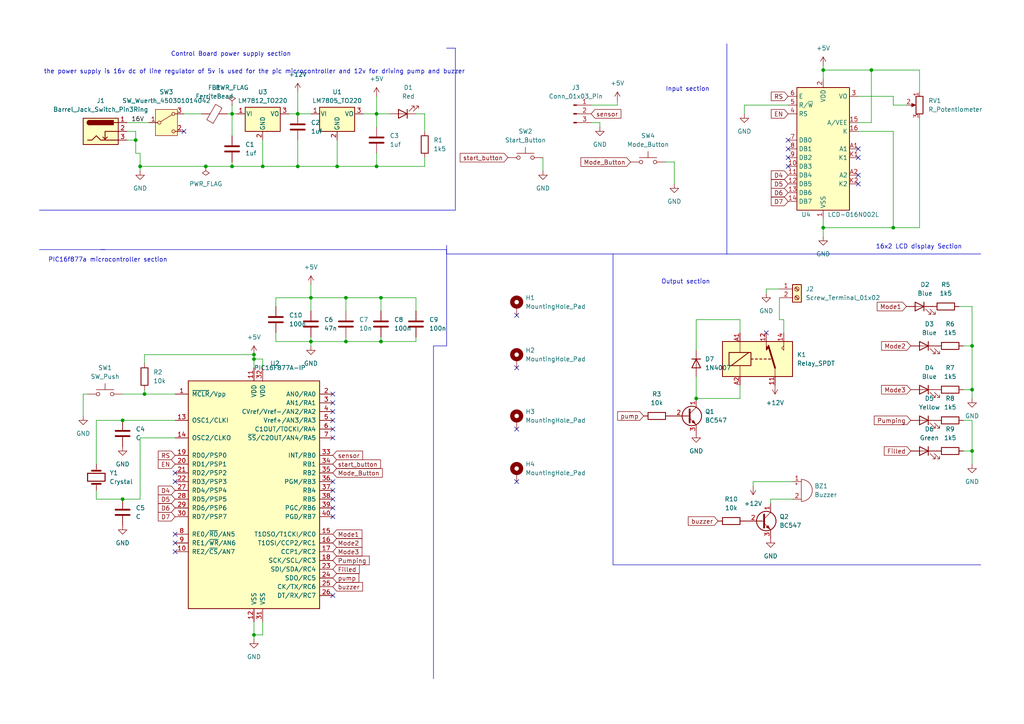
<source format=kicad_sch>
(kicad_sch (version 20230121) (generator eeschema)
  (paper "A4")
  (title_block (title "3 Mode Bottle filling control Board") (date "2024-06-26") (rev "v1") (company "MTCE Workshop"))
  (lib_symbols
    (symbol "Connector:Barrel_Jack_Switch_Pin3Ring" (pin_names hide)
      (property "Reference" "J" (at 0 5.334 0))
      (property "Value" "Barrel_Jack_Switch_Pin3Ring" (at 0 -5.08 0))
      (symbol "Barrel_Jack_Switch_Pin3Ring_0_1"
        (rectangle (start -5.08 3.81) (end 5.08 -3.81) (stroke (width 0.254)) (fill (type background)))
        (arc (start -3.302 3.175) (mid -3.9343 2.54) (end -3.302 1.905) (stroke (width 0.254)))
        (arc (start -3.302 3.175) (mid -3.9343 2.54) (end -3.302 1.905) (stroke (width 0.254)) (fill (type outline)))
        (polyline (pts (xy 1.27 -2.286) (xy 1.905 -1.651)) (stroke (width 0.254)))
        (polyline (pts (xy 5.08 2.54) (xy 3.81 2.54)) (stroke (width 0.254)))
        (polyline (pts (xy 5.08 0) (xy 1.27 0) (xy 1.27 -2.286) (xy 0.635 -1.651)) (stroke (width 0.254)))
        (polyline (pts (xy -3.81 -2.54) (xy -2.54 -2.54) (xy -1.27 -1.27) (xy 0 -2.54) (xy 2.54 -2.54) (xy 5.08 -2.54)) (stroke (width 0.254)))
        (rectangle (start 3.683 3.175) (end -3.302 1.905) (stroke (width 0.254)) (fill (type outline)))
      )
      (symbol "Barrel_Jack_Switch_Pin3Ring_1_1"
        (pin passive line (at 7.62 2.54 180) (length 2.54) (name "~") (number "1"))
        (pin passive line (at 7.62 0 180) (length 2.54) (name "~") (number "2"))
        (pin passive line (at 7.62 -2.54 180) (length 2.54) (name "~") (number "3"))
      )
    )
    (symbol "Connector:Conn_01x03_Pin" (pin_names (offset 1.016) hide)
      (property "Reference" "J" (at 0 5.08 0))
      (property "Value" "Conn_01x03_Pin" (at 0 -5.08 0))
      (symbol "Conn_01x03_Pin_1_1"
        (polyline (pts (xy 1.27 -2.54) (xy 0.8636 -2.54)) (stroke (width 0.1524)))
        (polyline (pts (xy 1.27 0) (xy 0.8636 0)) (stroke (width 0.1524)))
        (polyline (pts (xy 1.27 2.54) (xy 0.8636 2.54)) (stroke (width 0.1524)))
        (rectangle (start 0.8636 -2.413) (end 0 -2.667) (stroke (width 0.1524)) (fill (type outline)))
        (rectangle (start 0.8636 0.127) (end 0 -0.127) (stroke (width 0.1524)) (fill (type outline)))
        (rectangle (start 0.8636 2.667) (end 0 2.413) (stroke (width 0.1524)) (fill (type outline)))
        (pin passive line (at 5.08 2.54 180) (length 3.81) (name "Pin_1") (number "1"))
        (pin passive line (at 5.08 0 180) (length 3.81) (name "Pin_2") (number "2"))
        (pin passive line (at 5.08 -2.54 180) (length 3.81) (name "Pin_3") (number "3"))
      )
    )
    (symbol "Connector:Screw_Terminal_01x02" (pin_names (offset 1.016) hide)
      (property "Reference" "J" (at 0 2.54 0))
      (property "Value" "Screw_Terminal_01x02" (at 0 -5.08 0))
      (symbol "Screw_Terminal_01x02_1_1"
        (rectangle (start -1.27 1.27) (end 1.27 -3.81) (stroke (width 0.254)) (fill (type background)))
        (circle (center 0 -2.54) (radius 0.635) (stroke (width 0.1524)))
        (polyline (pts (xy -0.5334 -2.2098) (xy 0.3302 -3.048)) (stroke (width 0.1524)))
        (polyline (pts (xy -0.5334 0.3302) (xy 0.3302 -0.508)) (stroke (width 0.1524)))
        (polyline (pts (xy -0.3556 -2.032) (xy 0.508 -2.8702)) (stroke (width 0.1524)))
        (polyline (pts (xy -0.3556 0.508) (xy 0.508 -0.3302)) (stroke (width 0.1524)))
        (circle (center 0 0) (radius 0.635) (stroke (width 0.1524)))
        (pin passive line (at -5.08 0 0) (length 3.81) (name "Pin_1") (number "1"))
        (pin passive line (at -5.08 -2.54 0) (length 3.81) (name "Pin_2") (number "2"))
      )
    )
    (symbol "Device:Buzzer" (pin_names (offset 0.0254) hide)
      (property "Reference" "BZ" (at 3.81 1.27 0))
      (property "Value" "Buzzer" (at 3.81 -1.27 0))
      (symbol "Buzzer_0_1"
        (arc (start 0 -3.175) (mid 3.1612 0) (end 0 3.175))
        (polyline (pts (xy -1.651 1.905) (xy -1.143 1.905)))
        (polyline (pts (xy -1.397 2.159) (xy -1.397 1.651)))
        (polyline (pts (xy 0 3.175) (xy 0 -3.175)))
      )
      (symbol "Buzzer_1_1"
        (pin passive line (at -2.54 2.54 0) (length 2.54) (name "+") (number "1"))
        (pin passive line (at -2.54 -2.54 0) (length 2.54) (name "-") (number "2"))
      )
    )
    (symbol "Device:C" (pin_numbers hide) (pin_names (offset 0.254))
      (property "Reference" "C" (at 0.635 2.54 0))
      (property "Value" "C" (at 0.635 -2.54 0))
      (symbol "C_0_1"
        (polyline (pts (xy -2.032 -0.762) (xy 2.032 -0.762)) (stroke (width 0.508)))
        (polyline (pts (xy -2.032 0.762) (xy 2.032 0.762)) (stroke (width 0.508)))
      )
      (symbol "C_1_1"
        (pin passive line (at 0 3.81 270) (length 2.794) (name "~") (number "1"))
        (pin passive line (at 0 -3.81 90) (length 2.794) (name "~") (number "2"))
      )
    )
    (symbol "Device:Crystal" (pin_numbers hide) (pin_names (offset 1.016) hide)
      (property "Reference" "Y" (at 0 3.81 0))
      (property "Value" "Crystal" (at 0 -3.81 0))
      (symbol "Crystal_0_1"
        (rectangle (start -1.143 2.54) (end 1.143 -2.54) (stroke (width 0.3048)))
        (polyline (pts (xy -2.54 0) (xy -1.905 0)))
        (polyline (pts (xy -1.905 -1.27) (xy -1.905 1.27)) (stroke (width 0.508)))
        (polyline (pts (xy 1.905 -1.27) (xy 1.905 1.27)) (stroke (width 0.508)))
        (polyline (pts (xy 2.54 0) (xy 1.905 0)))
      )
      (symbol "Crystal_1_1"
        (pin passive line (at -3.81 0 0) (length 1.27) (name "1") (number "1"))
        (pin passive line (at 3.81 0 180) (length 1.27) (name "2") (number "2"))
      )
    )
    (symbol "Device:FerriteBead" (pin_numbers hide) (pin_names (offset 0))
      (property "Reference" "FB" (at -3.81 0.635 90))
      (property "Value" "FerriteBead" (at 3.81 0 90))
      (symbol "FerriteBead_0_1"
        (polyline (pts (xy 0 -1.27) (xy 0 -1.2192)))
        (polyline (pts (xy 0 1.27) (xy 0 1.2954)))
        (polyline (pts (xy -2.7686 0.4064) (xy -1.7018 2.2606) (xy 2.7686 -0.3048) (xy 1.6764 -2.159) (xy -2.7686 0.4064)))
      )
      (symbol "FerriteBead_1_1"
        (pin passive line (at 0 3.81 270) (length 2.54) (name "~") (number "1"))
        (pin passive line (at 0 -3.81 90) (length 2.54) (name "~") (number "2"))
      )
    )
    (symbol "Device:LED" (pin_numbers hide) (pin_names (offset 1.016) hide)
      (property "Reference" "D" (at 0 2.54 0))
      (property "Value" "LED" (at 0 -2.54 0))
      (symbol "LED_0_1"
        (polyline (pts (xy -1.27 -1.27) (xy -1.27 1.27)) (stroke (width 0.254)))
        (polyline (pts (xy -1.27 0) (xy 1.27 0)))
        (polyline (pts (xy 1.27 -1.27) (xy 1.27 1.27) (xy -1.27 0) (xy 1.27 -1.27)) (stroke (width 0.254)))
        (polyline (pts (xy -3.048 -0.762) (xy -4.572 -2.286) (xy -3.81 -2.286) (xy -4.572 -2.286) (xy -4.572 -1.524)))
        (polyline (pts (xy -1.778 -0.762) (xy -3.302 -2.286) (xy -2.54 -2.286) (xy -3.302 -2.286) (xy -3.302 -1.524)))
      )
      (symbol "LED_1_1"
        (pin passive line (at -3.81 0 0) (length 2.54) (name "K") (number "1"))
        (pin passive line (at 3.81 0 180) (length 2.54) (name "A") (number "2"))
      )
    )
    (symbol "Device:R" (pin_numbers hide) (pin_names (offset 0))
      (property "Reference" "R" (at 2.032 0 90))
      (property "Value" "R" (at 0 0 90))
      (symbol "R_0_1"
        (rectangle (start -1.016 -2.54) (end 1.016 2.54) (stroke (width 0.254)))
      )
      (symbol "R_1_1"
        (pin passive line (at 0 3.81 270) (length 1.27) (name "~") (number "1"))
        (pin passive line (at 0 -3.81 90) (length 1.27) (name "~") (number "2"))
      )
    )
    (symbol "Device:R_Potentiometer" (pin_names (offset 1.016) hide)
      (property "Reference" "RV" (at -4.445 0 90))
      (property "Value" "R_Potentiometer" (at -2.54 0 90))
      (symbol "R_Potentiometer_0_1"
        (polyline (pts (xy 2.54 0) (xy 1.524 0)))
        (polyline (pts (xy 1.143 0) (xy 2.286 0.508) (xy 2.286 -0.508) (xy 1.143 0)) (fill (type outline)))
        (rectangle (start 1.016 2.54) (end -1.016 -2.54) (stroke (width 0.254)))
      )
      (symbol "R_Potentiometer_1_1"
        (pin passive line (at 0 3.81 270) (length 1.27) (name "1") (number "1"))
        (pin passive line (at 3.81 0 180) (length 1.27) (name "2") (number "2"))
        (pin passive line (at 0 -3.81 90) (length 1.27) (name "3") (number "3"))
      )
    )
    (symbol "Diode:1N4007" (pin_numbers hide) (pin_names hide)
      (property "Reference" "D" (at 0 2.54 0))
      (property "Value" "1N4007" (at 0 -2.54 0))
      (symbol "1N4007_0_1"
        (polyline (pts (xy -1.27 1.27) (xy -1.27 -1.27)) (stroke (width 0.254)))
        (polyline (pts (xy 1.27 0) (xy -1.27 0)))
        (polyline (pts (xy 1.27 1.27) (xy 1.27 -1.27) (xy -1.27 0) (xy 1.27 1.27)) (stroke (width 0.254)))
      )
      (symbol "1N4007_1_1"
        (pin passive line (at -3.81 0 0) (length 2.54) (name "K") (number "1"))
        (pin passive line (at 3.81 0 180) (length 2.54) (name "A") (number "2"))
      )
    )
    (symbol "Display_Character:LCD-016N002L"
      (property "Reference" "U" (at -6.35 18.796 0))
      (property "Value" "LCD-016N002L" (at 8.636 18.796 0))
      (symbol "LCD-016N002L_1_1"
        (rectangle (start -7.62 17.78) (end 7.62 -17.78) (stroke (width 0.254)) (fill (type background)))
        (pin power_in line (at 0 -20.32 90) (length 2.54) (name "VSS") (number "1"))
        (pin bidirectional line (at -10.16 -5.08 0) (length 2.54) (name "DB3") (number "10"))
        (pin bidirectional line (at -10.16 -7.62 0) (length 2.54) (name "DB4") (number "11"))
        (pin bidirectional line (at -10.16 -10.16 0) (length 2.54) (name "DB5") (number "12"))
        (pin bidirectional line (at -10.16 -12.7 0) (length 2.54) (name "DB6") (number "13"))
        (pin bidirectional line (at -10.16 -15.24 0) (length 2.54) (name "DB7") (number "14"))
        (pin power_in line (at 10.16 7.62 180) (length 2.54) (name "A/VEE") (number "15"))
        (pin power_in line (at 10.16 5.08 180) (length 2.54) (name "K") (number "16"))
        (pin power_in line (at 0 20.32 270) (length 2.54) (name "VDD") (number "2"))
        (pin input line (at 10.16 15.24 180) (length 2.54) (name "VO") (number "3"))
        (pin input line (at -10.16 10.16 0) (length 2.54) (name "RS") (number "4"))
        (pin input line (at -10.16 12.7 0) (length 2.54) (name "R/~{W}") (number "5"))
        (pin input line (at -10.16 15.24 0) (length 2.54) (name "E") (number "6"))
        (pin bidirectional line (at -10.16 2.54 0) (length 2.54) (name "DB0") (number "7"))
        (pin bidirectional line (at -10.16 0 0) (length 2.54) (name "DB1") (number "8"))
        (pin bidirectional line (at -10.16 -2.54 0) (length 2.54) (name "DB2") (number "9"))
        (pin power_in line (at 10.16 0 180) (length 2.54) (name "A1") (number "A1"))
        (pin power_in line (at 10.16 -7.62 180) (length 2.54) (name "A2") (number "A2"))
        (pin power_in line (at 10.16 -2.54 180) (length 2.54) (name "K1") (number "K1"))
        (pin power_in line (at 10.16 -10.16 180) (length 2.54) (name "K2") (number "K2"))
      )
    )
    (symbol "MCU_Microchip_PIC16:PIC16F877A-IP" (pin_names (offset 1.016))
      (property "Reference" "U" (at 5.08 35.56 0))
      (property "Value" "PIC16F877A-IP" (at 5.08 33.02 0))
      (symbol "PIC16F877A-IP_0_1"
        (rectangle (start -19.05 31.75) (end 19.05 -34.29) (stroke (width 0.254)) (fill (type background)))
      )
      (symbol "PIC16F877A-IP_1_1"
        (pin input line (at -22.86 27.94 0) (length 3.81) (name "~{MCLR}/Vpp") (number "1"))
        (pin bidirectional line (at -22.86 -17.78 0) (length 3.81) (name "RE2/~{CS}/AN7") (number "10"))
        (pin power_in line (at 0 35.56 270) (length 3.81) (name "VDD") (number "11"))
        (pin power_in line (at 0 -38.1 90) (length 3.81) (name "VSS") (number "12"))
        (pin input line (at -22.86 20.32 0) (length 3.81) (name "OSC1/CLKI") (number "13"))
        (pin output line (at -22.86 15.24 0) (length 3.81) (name "OSC2/CLKO") (number "14"))
        (pin bidirectional line (at 22.86 -12.7 180) (length 3.81) (name "T1OSO/T1CKI/RC0") (number "15"))
        (pin bidirectional line (at 22.86 -15.24 180) (length 3.81) (name "T1OSI/CCP2/RC1") (number "16"))
        (pin bidirectional line (at 22.86 -17.78 180) (length 3.81) (name "CCP1/RC2") (number "17"))
        (pin bidirectional line (at 22.86 -20.32 180) (length 3.81) (name "SCK/SCL/RC3") (number "18"))
        (pin bidirectional line (at -22.86 10.16 0) (length 3.81) (name "RD0/PSP0") (number "19"))
        (pin bidirectional line (at 22.86 27.94 180) (length 3.81) (name "AN0/RA0") (number "2"))
        (pin bidirectional line (at -22.86 7.62 0) (length 3.81) (name "RD1/PSP1") (number "20"))
        (pin bidirectional line (at -22.86 5.08 0) (length 3.81) (name "RD2/PSP2") (number "21"))
        (pin bidirectional line (at -22.86 2.54 0) (length 3.81) (name "RD3/PSP3") (number "22"))
        (pin bidirectional line (at 22.86 -22.86 180) (length 3.81) (name "SDI/SDA/RC4") (number "23"))
        (pin bidirectional line (at 22.86 -25.4 180) (length 3.81) (name "SDO/RC5") (number "24"))
        (pin bidirectional line (at 22.86 -27.94 180) (length 3.81) (name "CK/TX/RC6") (number "25"))
        (pin bidirectional line (at 22.86 -30.48 180) (length 3.81) (name "DT/RX/RC7") (number "26"))
        (pin bidirectional line (at -22.86 0 0) (length 3.81) (name "RD4/PSP4") (number "27"))
        (pin bidirectional line (at -22.86 -2.54 0) (length 3.81) (name "RD5/PSP5") (number "28"))
        (pin bidirectional line (at -22.86 -5.08 0) (length 3.81) (name "RD6/PSP6") (number "29"))
        (pin bidirectional line (at 22.86 25.4 180) (length 3.81) (name "AN1/RA1") (number "3"))
        (pin bidirectional line (at -22.86 -7.62 0) (length 3.81) (name "RD7/PSP7") (number "30"))
        (pin power_in line (at 2.54 -38.1 90) (length 3.81) (name "VSS") (number "31"))
        (pin power_in line (at 2.54 35.56 270) (length 3.81) (name "VDD") (number "32"))
        (pin bidirectional line (at 22.86 10.16 180) (length 3.81) (name "INT/RB0") (number "33"))
        (pin bidirectional line (at 22.86 7.62 180) (length 3.81) (name "RB1") (number "34"))
        (pin bidirectional line (at 22.86 5.08 180) (length 3.81) (name "RB2") (number "35"))
        (pin bidirectional line (at 22.86 2.54 180) (length 3.81) (name "PGM/RB3") (number "36"))
        (pin bidirectional line (at 22.86 0 180) (length 3.81) (name "RB4") (number "37"))
        (pin bidirectional line (at 22.86 -2.54 180) (length 3.81) (name "RB5") (number "38"))
        (pin bidirectional line (at 22.86 -5.08 180) (length 3.81) (name "PGC/RB6") (number "39"))
        (pin bidirectional line (at 22.86 22.86 180) (length 3.81) (name "CVref/Vref-/AN2/RA2") (number "4"))
        (pin bidirectional line (at 22.86 -7.62 180) (length 3.81) (name "PGD/RB7") (number "40"))
        (pin bidirectional line (at 22.86 20.32 180) (length 3.81) (name "Vref+/AN3/RA3") (number "5"))
        (pin bidirectional line (at 22.86 17.78 180) (length 3.81) (name "C1OUT/T0CKI/RA4") (number "6"))
        (pin bidirectional line (at 22.86 15.24 180) (length 3.81) (name "~{SS}/C2OUT/AN4/RA5") (number "7"))
        (pin bidirectional line (at -22.86 -12.7 0) (length 3.81) (name "RE0/~{RD}/AN5") (number "8"))
        (pin bidirectional line (at -22.86 -15.24 0) (length 3.81) (name "RE1/~{WR}/AN6") (number "9"))
      )
    )
    (symbol "Mechanical:MountingHole_Pad" (pin_numbers hide) (pin_names (offset 1.016) hide)
      (property "Reference" "H" (at 0 6.35 0))
      (property "Value" "MountingHole_Pad" (at 0 4.445 0))
      (symbol "MountingHole_Pad_0_1"
        (circle (center 0 1.27) (radius 1.27) (stroke (width 1.27)))
      )
      (symbol "MountingHole_Pad_1_1"
        (pin input line (at 0 -2.54 90) (length 2.54) (name "1") (number "1"))
      )
    )
    (symbol "Regulator_Linear:LM7805_TO220" (pin_names (offset 0.254))
      (property "Reference" "U" (at -3.81 3.175 0))
      (property "Value" "LM7805_TO220" (at 0 3.175 0))
      (symbol "LM7805_TO220_0_1"
        (rectangle (start -5.08 1.905) (end 5.08 -5.08) (stroke (width 0.254)) (fill (type background)))
      )
      (symbol "LM7805_TO220_1_1"
        (pin power_in line (at -7.62 0 0) (length 2.54) (name "VI") (number "1"))
        (pin power_in line (at 0 -7.62 90) (length 2.54) (name "GND") (number "2"))
        (pin power_out line (at 7.62 0 180) (length 2.54) (name "VO") (number "3"))
      )
    )
    (symbol "Regulator_Linear:LM7812_TO220" (pin_names (offset 0.254))
      (property "Reference" "U" (at -3.81 3.175 0))
      (property "Value" "LM7812_TO220" (at 0 3.175 0))
      (symbol "LM7812_TO220_0_1"
        (rectangle (start -5.08 1.905) (end 5.08 -5.08) (stroke (width 0.254)) (fill (type background)))
      )
      (symbol "LM7812_TO220_1_1"
        (pin power_in line (at -7.62 0 0) (length 2.54) (name "VI") (number "1"))
        (pin power_in line (at 0 -7.62 90) (length 2.54) (name "GND") (number "2"))
        (pin power_out line (at 7.62 0 180) (length 2.54) (name "VO") (number "3"))
      )
    )
    (symbol "Relay:Relay_SPDT"
      (property "Reference" "K" (at 11.43 3.81 0))
      (property "Value" "Relay_SPDT" (at 11.43 1.27 0))
      (symbol "Relay_SPDT_0_0"
        (polyline (pts (xy 7.62 5.08) (xy 7.62 2.54) (xy 6.985 3.175) (xy 7.62 3.81)))
      )
      (symbol "Relay_SPDT_0_1"
        (rectangle (start -10.16 5.08) (end 10.16 -5.08) (stroke (width 0.254)) (fill (type background)))
        (rectangle (start -8.255 1.905) (end -1.905 -1.905) (stroke (width 0.254)))
        (polyline (pts (xy -7.62 -1.905) (xy -2.54 1.905)) (stroke (width 0.254)))
        (polyline (pts (xy -5.08 -5.08) (xy -5.08 -1.905)))
        (polyline (pts (xy -5.08 5.08) (xy -5.08 1.905)))
        (polyline (pts (xy -1.905 0) (xy -1.27 0)) (stroke (width 0.254)))
        (polyline (pts (xy -0.635 0) (xy 0 0)) (stroke (width 0.254)))
        (polyline (pts (xy 0.635 0) (xy 1.27 0)) (stroke (width 0.254)))
        (polyline (pts (xy 1.905 0) (xy 2.54 0)) (stroke (width 0.254)))
        (polyline (pts (xy 3.175 0) (xy 3.81 0)) (stroke (width 0.254)))
        (polyline (pts (xy 5.08 -2.54) (xy 3.175 3.81)) (stroke (width 0.508)))
        (polyline (pts (xy 5.08 -2.54) (xy 5.08 -5.08)))
        (polyline (pts (xy 2.54 5.08) (xy 2.54 2.54) (xy 3.175 3.175) (xy 2.54 3.81)) (fill (type outline)))
      )
      (symbol "Relay_SPDT_1_1"
        (pin passive line (at 5.08 -7.62 90) (length 2.54) (name "~") (number "11"))
        (pin passive line (at 2.54 7.62 270) (length 2.54) (name "~") (number "12"))
        (pin passive line (at 7.62 7.62 270) (length 2.54) (name "~") (number "14"))
        (pin passive line (at -5.08 7.62 270) (length 2.54) (name "~") (number "A1"))
        (pin passive line (at -5.08 -7.62 90) (length 2.54) (name "~") (number "A2"))
      )
    )
    (symbol "Switch:SW_Push" (pin_numbers hide) (pin_names (offset 1.016) hide)
      (property "Reference" "SW" (at 1.27 2.54 0))
      (property "Value" "SW_Push" (at 0 -1.524 0))
      (symbol "SW_Push_0_1"
        (circle (center -2.032 0) (radius 0.508))
        (polyline (pts (xy 0 1.27) (xy 0 3.048)))
        (polyline (pts (xy 2.54 1.27) (xy -2.54 1.27)))
        (circle (center 2.032 0) (radius 0.508))
        (pin passive line (at -5.08 0 0) (length 2.54) (name "1") (number "1"))
        (pin passive line (at 5.08 0 180) (length 2.54) (name "2") (number "2"))
      )
    )
    (symbol "Switch:SW_Wuerth_450301014042" (pin_names (offset 1) hide)
      (property "Reference" "SW" (at 0 5.08 0))
      (property "Value" "SW_Wuerth_450301014042" (at 0 -5.08 0))
      (symbol "SW_Wuerth_450301014042_0_1"
        (circle (center -2.032 0) (radius 0.4572))
        (polyline (pts (xy -1.651 0.254) (xy 1.651 2.286)))
        (circle (center 2.032 -2.54) (radius 0.4572))
        (circle (center 2.032 2.54) (radius 0.4572))
      )
      (symbol "SW_Wuerth_450301014042_1_1"
        (rectangle (start -3.175 3.81) (end 3.175 -3.81) (fill (type background)))
        (pin passive line (at -5.08 0 0) (length 2.54) (name "B") (number "1"))
        (pin passive line (at 5.08 -2.54 180) (length 2.54) (name "C") (number "2"))
        (pin passive line (at 5.08 2.54 180) (length 2.54) (name "A") (number "3"))
      )
    )
    (symbol "Transistor_BJT:BC547" (pin_names (offset 0) hide)
      (property "Reference" "Q" (at 5.08 1.905 0))
      (property "Value" "BC547" (at 5.08 0 0))
      (symbol "BC547_0_1"
        (polyline (pts (xy 0 0) (xy 0.635 0)))
        (polyline (pts (xy 0.635 0.635) (xy 2.54 2.54)))
        (polyline (pts (xy 0.635 -0.635) (xy 2.54 -2.54) (xy 2.54 -2.54)))
        (polyline (pts (xy 0.635 1.905) (xy 0.635 -1.905) (xy 0.635 -1.905)) (stroke (width 0.508)))
        (polyline (pts (xy 1.27 -1.778) (xy 1.778 -1.27) (xy 2.286 -2.286) (xy 1.27 -1.778) (xy 1.27 -1.778)) (fill (type outline)))
        (circle (center 1.27 0) (radius 2.8194) (stroke (width 0.254)))
      )
      (symbol "BC547_1_1"
        (pin passive line (at 2.54 5.08 270) (length 2.54) (name "C") (number "1"))
        (pin input line (at -5.08 0 0) (length 5.08) (name "B") (number "2"))
        (pin passive line (at 2.54 -5.08 90) (length 2.54) (name "E") (number "3"))
      )
    )
    (symbol "power:+12V" (power) (pin_names (offset 0))
      (property "Value" "+12V" (at 0 3.556 0))
      (symbol "+12V_0_1"
        (polyline (pts (xy -0.762 1.27) (xy 0 2.54)))
        (polyline (pts (xy 0 0) (xy 0 2.54)))
        (polyline (pts (xy 0 2.54) (xy 0.762 1.27)))
      )
      (symbol "+12V_1_1"
        (pin power_in line (at 0 0 90) (length 0) hide (name "+12V") (number "1"))
      )
    )
    (symbol "power:+5V" (power) (pin_names (offset 0))
      (property "Value" "+5V" (at 0 3.556 0))
      (symbol "+5V_0_1"
        (polyline (pts (xy -0.762 1.27) (xy 0 2.54)))
        (polyline (pts (xy 0 0) (xy 0 2.54)))
        (polyline (pts (xy 0 2.54) (xy 0.762 1.27)))
      )
      (symbol "+5V_1_1"
        (pin power_in line (at 0 0 90) (length 0) hide (name "+5V") (number "1"))
      )
    )
    (symbol "power:GND" (power) (pin_names (offset 0))
      (property "Value" "GND" (at 0 -3.81 0))
      (symbol "GND_0_1"
        (polyline (pts (xy 0 0) (xy 0 -1.27) (xy 1.27 -1.27) (xy 0 -2.54) (xy -1.27 -1.27) (xy 0 -1.27)))
      )
      (symbol "GND_1_1"
        (pin power_in line (at 0 0 270) (length 0) hide (name "GND") (number "1"))
      )
    )
    (symbol "power:PWR_FLAG" (power) (pin_numbers hide) (pin_names (offset 0) hide)
      (property "Value" "PWR_FLAG" (at 0 3.81 0))
      (symbol "PWR_FLAG_0_0"
        (pin power_out line (at 0 0 90) (length 0) (name "pwr") (number "1"))
      )
      (symbol "PWR_FLAG_0_1"
        (polyline (pts (xy 0 0) (xy 0 1.27) (xy -1.016 1.905) (xy 0 2.54) (xy 1.016 1.905) (xy 0 1.27)))
      )
    )
  )
  (junction (at 73.66 104.14))
  (junction (at 238.76 20.32))
  (junction (at 100.33 86.36))
  (junction (at 238.76 66.04))
  (junction (at 39.37 40.64))
  (junction (at 109.22 33.02))
  (junction (at 73.66 184.15))
  (junction (at 73.66 102.87))
  (junction (at 35.56 121.92))
  (junction (at 109.22 48.26))
  (junction (at 252.73 20.32))
  (junction (at 259.08 66.04))
  (junction (at 86.36 48.26))
  (junction (at 100.33 99.06))
  (junction (at 59.69 48.26))
  (junction (at 281.94 100.33))
  (junction (at 97.79 48.26))
  (junction (at 40.64 48.26))
  (junction (at 41.91 114.3))
  (junction (at 90.17 86.36))
  (junction (at 201.93 115.57))
  (junction (at 90.17 99.06))
  (junction (at 110.49 99.06))
  (junction (at 281.94 113.03))
  (junction (at 67.31 48.26))
  (junction (at 35.56 144.78))
  (junction (at 281.94 130.81))
  (junction (at 110.49 86.36))
  (junction (at 67.31 33.02))
  (junction (at 76.2 48.26))
  (junction (at 86.36 33.02))
  (no_connect (at 96.52 116.84))
  (no_connect (at 50.8 137.16))
  (no_connect (at 149.86 139.7))
  (no_connect (at 50.8 160.02))
  (no_connect (at 228.6 40.64))
  (no_connect (at 96.52 142.24))
  (no_connect (at 228.6 45.72))
  (no_connect (at 96.52 149.86))
  (no_connect (at 50.8 157.48))
  (no_connect (at 96.52 147.32))
  (no_connect (at 96.52 114.3))
  (no_connect (at 96.52 144.78))
  (no_connect (at 222.25 96.52))
  (no_connect (at 96.52 127))
  (no_connect (at 96.52 124.46))
  (no_connect (at 96.52 121.92))
  (no_connect (at 96.52 172.72))
  (no_connect (at 96.52 139.7))
  (no_connect (at 53.34 38.1))
  (no_connect (at 149.86 91.44))
  (no_connect (at 50.8 139.7))
  (no_connect (at 228.6 48.26))
  (no_connect (at 248.92 50.8))
  (no_connect (at 149.86 124.46))
  (no_connect (at 248.92 43.18))
  (no_connect (at 50.8 154.94))
  (no_connect (at 228.6 43.18))
  (no_connect (at 149.86 106.68))
  (no_connect (at 248.92 45.72))
  (no_connect (at 248.92 53.34))
  (no_connect (at 96.52 119.38))
  (wire (pts (xy 259.08 30.48) (xy 259.08 27.94)))
  (wire (pts (xy 73.66 180.34) (xy 73.66 184.15)))
  (wire (pts (xy 41.91 102.87) (xy 73.66 102.87)))
  (wire (pts (xy 67.31 33.02) (xy 67.31 39.37)))
  (polyline (pts (xy 210.82 12.7) (xy 210.82 73.66)))
  (wire (pts (xy 266.7 34.29) (xy 266.7 66.04)))
  (wire (pts (xy 40.64 144.78) (xy 35.56 144.78)))
  (wire (pts (xy 238.76 66.04) (xy 238.76 63.5)))
  (wire (pts (xy 86.36 26.67) (xy 86.36 33.02)))
  (wire (pts (xy 97.79 48.26) (xy 86.36 48.26)))
  (polyline (pts (xy 132.08 60.96) (xy 132.08 13.97)))
  (wire (pts (xy 90.17 86.36) (xy 100.33 86.36)))
  (wire (pts (xy 50.8 127) (xy 40.64 127)))
  (wire (pts (xy 100.33 86.36) (xy 100.33 90.17)))
  (wire (pts (xy 195.58 46.99) (xy 195.58 53.34)))
  (polyline (pts (xy 129.54 71.12) (xy 129.54 73.66)))
  (wire (pts (xy 201.93 109.22) (xy 201.93 115.57)))
  (wire (pts (xy 67.31 48.26) (xy 59.69 48.26)))
  (wire (pts (xy 201.93 115.57) (xy 214.63 115.57)))
  (wire (pts (xy 100.33 86.36) (xy 110.49 86.36)))
  (polyline (pts (xy 11.43 60.96) (xy 132.08 60.96)))
  (wire (pts (xy 226.06 92.71) (xy 227.33 92.71)))
  (wire (pts (xy 90.17 99.06) (xy 90.17 100.33)))
  (wire (pts (xy 201.93 92.71) (xy 214.63 92.71)))
  (wire (pts (xy 41.91 113.03) (xy 41.91 114.3)))
  (wire (pts (xy 279.4 130.81) (xy 281.94 130.81)))
  (wire (pts (xy 80.01 88.9) (xy 80.01 86.36)))
  (wire (pts (xy 215.9 33.02) (xy 215.9 30.48)))
  (wire (pts (xy 248.92 38.1) (xy 259.08 38.1)))
  (wire (pts (xy 86.36 33.02) (xy 90.17 33.02)))
  (wire (pts (xy 214.63 115.57) (xy 214.63 111.76)))
  (polyline (pts (xy 11.43 72.39) (xy 30.48 72.39)))
  (polyline (pts (xy 210.82 73.66) (xy 177.8 73.66)))
  (wire (pts (xy 157.48 45.72) (xy 157.48 49.53)))
  (wire (pts (xy 67.31 30.48) (xy 67.31 33.02)))
  (wire (pts (xy 36.83 35.56) (xy 43.18 35.56)))
  (wire (pts (xy 259.08 66.04) (xy 238.76 66.04)))
  (wire (pts (xy 73.66 104.14) (xy 76.2 104.14)))
  (polyline (pts (xy 129.54 13.97) (xy 132.08 13.97)))
  (polyline (pts (xy 177.8 73.66) (xy 177.8 163.83)))
  (wire (pts (xy 123.19 33.02) (xy 120.65 33.02)))
  (wire (pts (xy 110.49 86.36) (xy 110.49 90.17)))
  (wire (pts (xy 173.99 36.83) (xy 173.99 35.56)))
  (wire (pts (xy 97.79 40.64) (xy 97.79 48.26)))
  (wire (pts (xy 222.25 85.09) (xy 222.25 83.82)))
  (wire (pts (xy 41.91 105.41) (xy 41.91 102.87)))
  (wire (pts (xy 281.94 100.33) (xy 281.94 113.03)))
  (wire (pts (xy 215.9 30.48) (xy 228.6 30.48)))
  (wire (pts (xy 226.06 86.36) (xy 226.06 92.71)))
  (wire (pts (xy 238.76 19.05) (xy 238.76 20.32)))
  (wire (pts (xy 90.17 82.55) (xy 90.17 86.36)))
  (wire (pts (xy 109.22 33.02) (xy 113.03 33.02)))
  (wire (pts (xy 36.83 38.1) (xy 39.37 38.1)))
  (wire (pts (xy 73.66 102.87) (xy 73.66 104.14)))
  (polyline (pts (xy 177.8 73.66) (xy 129.54 73.66)))
  (wire (pts (xy 109.22 44.45) (xy 109.22 48.26)))
  (wire (pts (xy 110.49 99.06) (xy 100.33 99.06)))
  (wire (pts (xy 279.4 100.33) (xy 281.94 100.33)))
  (wire (pts (xy 40.64 44.45) (xy 39.37 44.45)))
  (wire (pts (xy 279.4 113.03) (xy 281.94 113.03)))
  (wire (pts (xy 76.2 48.26) (xy 67.31 48.26)))
  (polyline (pts (xy 125.73 196.85) (xy 125.73 100.33)))
  (wire (pts (xy 40.64 127) (xy 40.64 144.78)))
  (wire (pts (xy 248.92 35.56) (xy 252.73 35.56)))
  (wire (pts (xy 76.2 40.64) (xy 76.2 48.26)))
  (wire (pts (xy 238.76 20.32) (xy 238.76 22.86)))
  (wire (pts (xy 179.07 30.48) (xy 171.45 30.48)))
  (wire (pts (xy 86.36 40.64) (xy 86.36 48.26)))
  (wire (pts (xy 120.65 97.79) (xy 120.65 99.06)))
  (wire (pts (xy 278.13 88.9) (xy 281.94 88.9)))
  (wire (pts (xy 27.94 134.62) (xy 27.94 121.92)))
  (wire (pts (xy 86.36 48.26) (xy 76.2 48.26)))
  (wire (pts (xy 27.94 121.92) (xy 35.56 121.92)))
  (wire (pts (xy 80.01 96.52) (xy 80.01 99.06)))
  (wire (pts (xy 266.7 66.04) (xy 259.08 66.04)))
  (wire (pts (xy 123.19 38.1) (xy 123.19 33.02)))
  (wire (pts (xy 68.58 33.02) (xy 67.31 33.02)))
  (wire (pts (xy 123.19 48.26) (xy 109.22 48.26)))
  (wire (pts (xy 120.65 86.36) (xy 110.49 86.36)))
  (wire (pts (xy 223.52 144.78) (xy 229.87 144.78)))
  (wire (pts (xy 66.04 33.02) (xy 67.31 33.02)))
  (wire (pts (xy 67.31 46.99) (xy 67.31 48.26)))
  (wire (pts (xy 279.4 121.92) (xy 281.94 121.92)))
  (wire (pts (xy 193.04 46.99) (xy 195.58 46.99)))
  (polyline (pts (xy 177.8 163.83) (xy 284.48 163.83)))
  (wire (pts (xy 41.91 114.3) (xy 50.8 114.3)))
  (wire (pts (xy 266.7 20.32) (xy 252.73 20.32)))
  (wire (pts (xy 222.25 83.82) (xy 226.06 83.82)))
  (wire (pts (xy 36.83 40.64) (xy 39.37 40.64)))
  (wire (pts (xy 73.66 184.15) (xy 73.66 185.42)))
  (wire (pts (xy 218.44 139.7) (xy 229.87 139.7)))
  (wire (pts (xy 252.73 20.32) (xy 238.76 20.32)))
  (wire (pts (xy 27.94 144.78) (xy 27.94 142.24)))
  (wire (pts (xy 35.56 144.78) (xy 27.94 144.78)))
  (wire (pts (xy 281.94 88.9) (xy 281.94 100.33)))
  (wire (pts (xy 238.76 68.58) (xy 238.76 66.04)))
  (wire (pts (xy 83.82 33.02) (xy 86.36 33.02)))
  (wire (pts (xy 266.7 20.32) (xy 266.7 26.67)))
  (wire (pts (xy 59.69 48.26) (xy 40.64 48.26)))
  (wire (pts (xy 105.41 33.02) (xy 109.22 33.02)))
  (wire (pts (xy 35.56 121.92) (xy 50.8 121.92)))
  (wire (pts (xy 281.94 130.81) (xy 281.94 134.62)))
  (wire (pts (xy 281.94 121.92) (xy 281.94 130.81)))
  (wire (pts (xy 76.2 184.15) (xy 73.66 184.15)))
  (wire (pts (xy 110.49 97.79) (xy 110.49 99.06)))
  (wire (pts (xy 73.66 104.14) (xy 73.66 106.68)))
  (wire (pts (xy 80.01 99.06) (xy 90.17 99.06)))
  (polyline (pts (xy 125.73 100.33) (xy 129.54 100.33)))
  (wire (pts (xy 259.08 38.1) (xy 259.08 66.04)))
  (wire (pts (xy 223.52 146.05) (xy 223.52 144.78)))
  (wire (pts (xy 40.64 49.53) (xy 40.64 48.26)))
  (wire (pts (xy 173.99 35.56) (xy 171.45 35.56)))
  (wire (pts (xy 100.33 99.06) (xy 90.17 99.06)))
  (wire (pts (xy 24.13 120.65) (xy 24.13 114.3)))
  (wire (pts (xy 120.65 90.17) (xy 120.65 86.36)))
  (wire (pts (xy 281.94 113.03) (xy 281.94 115.57)))
  (wire (pts (xy 39.37 38.1) (xy 39.37 40.64)))
  (wire (pts (xy 40.64 48.26) (xy 40.64 44.45)))
  (wire (pts (xy 90.17 97.79) (xy 90.17 99.06)))
  (wire (pts (xy 262.89 30.48) (xy 259.08 30.48)))
  (polyline (pts (xy 29.21 72.39) (xy 129.54 72.39)))
  (wire (pts (xy 76.2 106.68) (xy 76.2 104.14)))
  (wire (pts (xy 252.73 35.56) (xy 252.73 20.32)))
  (wire (pts (xy 123.19 45.72) (xy 123.19 48.26)))
  (wire (pts (xy 120.65 99.06) (xy 110.49 99.06)))
  (wire (pts (xy 179.07 29.21) (xy 179.07 30.48)))
  (wire (pts (xy 24.13 114.3) (xy 25.4 114.3)))
  (wire (pts (xy 201.93 101.6) (xy 201.93 92.71)))
  (wire (pts (xy 39.37 40.64) (xy 39.37 44.45)))
  (polyline (pts (xy 210.82 73.66) (xy 284.48 73.66)))
  (wire (pts (xy 109.22 33.02) (xy 109.22 36.83)))
  (wire (pts (xy 90.17 90.17) (xy 90.17 86.36)))
  (wire (pts (xy 53.34 33.02) (xy 58.42 33.02)))
  (wire (pts (xy 80.01 86.36) (xy 90.17 86.36)))
  (wire (pts (xy 109.22 48.26) (xy 97.79 48.26)))
  (wire (pts (xy 100.33 97.79) (xy 100.33 99.06)))
  (wire (pts (xy 227.33 92.71) (xy 227.33 96.52)))
  (wire (pts (xy 109.22 27.94) (xy 109.22 33.02)))
  (polyline (pts (xy 129.54 100.33) (xy 129.54 72.39)))
  (wire (pts (xy 218.44 140.97) (xy 218.44 139.7)))
  (wire (pts (xy 214.63 92.71) (xy 214.63 96.52)))
  (wire (pts (xy 259.08 27.94) (xy 248.92 27.94)))
  (wire (pts (xy 35.56 114.3) (xy 41.91 114.3)))
  (wire (pts (xy 76.2 180.34) (xy 76.2 184.15)))
  (text "the power supply is 16v dc of line regulator of 5v is used for the pic microcontroller and 12v for driving pump and buzzer" (at 12.7 21.59 0) (effects (font (size 1.27 1.27)) (justify left bottom)))
  (text "16x2 LCD display Section" (at 254 72.39 0) (effects (font (size 1.27 1.27)) (justify left bottom)))
  (text "Output section" (at 191.77 82.55 0) (effects (font (size 1.27 1.27)) (justify left bottom)))
  (text "PIC16f877a microcontroller section" (at 13.97 76.2 0) (effects (font (size 1.27 1.27)) (justify left bottom)))
  (text "Input section" (at 193.04 26.67 0) (effects (font (size 1.27 1.27)) (justify left bottom)))
  (text "Control Board power supply section" (at 49.53 16.51 0) (effects (font (size 1.27 1.27)) (justify left bottom)))
  (label "16V" (at 38.1 35.56 0))
  (global_label "EN" (shape input) (at 50.8 134.62 180) (property "Intersheetrefs" "${INTERSHEET_REFS}" (effects hide)))
  (global_label "Mode1" (shape input) (at 96.52 154.94 0) (property "Intersheetrefs" "${INTERSHEET_REFS}" (effects hide)))
  (global_label "D5" (shape input) (at 228.6 53.34 180) (property "Intersheetrefs" "${INTERSHEET_REFS}" (effects hide)))
  (global_label "Mode2" (shape input) (at 264.16 100.33 180) (property "Intersheetrefs" "${INTERSHEET_REFS}" (effects hide)))
  (global_label "D7" (shape input) (at 50.8 149.86 180) (property "Intersheetrefs" "${INTERSHEET_REFS}" (effects hide)))
  (global_label "buzzer" (shape input) (at 96.52 170.18 0) (property "Intersheetrefs" "${INTERSHEET_REFS}" (effects hide)))
  (global_label "D5" (shape input) (at 50.8 144.78 180) (property "Intersheetrefs" "${INTERSHEET_REFS}" (effects hide)))
  (global_label "Mode2" (shape input) (at 96.52 157.48 0) (property "Intersheetrefs" "${INTERSHEET_REFS}" (effects hide)))
  (global_label "Pumping" (shape input) (at 96.52 162.56 0) (property "Intersheetrefs" "${INTERSHEET_REFS}" (effects hide)))
  (global_label "Filled" (shape input) (at 96.52 165.1 0) (property "Intersheetrefs" "${INTERSHEET_REFS}" (effects hide)))
  (global_label "pump" (shape input) (at 186.69 120.65 180) (property "Intersheetrefs" "${INTERSHEET_REFS}" (effects hide)))
  (global_label "sensor" (shape input) (at 171.45 33.02 0) (property "Intersheetrefs" "${INTERSHEET_REFS}" (effects hide)))
  (global_label "sensor" (shape input) (at 96.52 132.08 0) (property "Intersheetrefs" "${INTERSHEET_REFS}" (effects hide)))
  (global_label "RS" (shape input) (at 228.6 27.94 180) (property "Intersheetrefs" "${INTERSHEET_REFS}" (effects hide)))
  (global_label "start_button" (shape input) (at 147.32 45.72 180) (property "Intersheetrefs" "${INTERSHEET_REFS}" (effects hide)))
  (global_label "Pumping" (shape input) (at 264.16 121.92 180) (property "Intersheetrefs" "${INTERSHEET_REFS}" (effects hide)))
  (global_label "Mode3" (shape input) (at 96.52 160.02 0) (property "Intersheetrefs" "${INTERSHEET_REFS}" (effects hide)))
  (global_label "pump" (shape input) (at 96.52 167.64 0) (property "Intersheetrefs" "${INTERSHEET_REFS}" (effects hide)))
  (global_label "Mode3" (shape input) (at 264.16 113.03 180) (property "Intersheetrefs" "${INTERSHEET_REFS}" (effects hide)))
  (global_label "Mode1" (shape input) (at 262.89 88.9 180) (property "Intersheetrefs" "${INTERSHEET_REFS}" (effects hide)))
  (global_label "D4" (shape input) (at 228.6 50.8 180) (property "Intersheetrefs" "${INTERSHEET_REFS}" (effects hide)))
  (global_label "EN" (shape input) (at 228.6 33.02 180) (property "Intersheetrefs" "${INTERSHEET_REFS}" (effects hide)))
  (global_label "Mode_Button" (shape input) (at 96.52 137.16 0) (property "Intersheetrefs" "${INTERSHEET_REFS}" (effects hide)))
  (global_label "Filled" (shape input) (at 264.16 130.81 180) (property "Intersheetrefs" "${INTERSHEET_REFS}" (effects hide)))
  (global_label "D7" (shape input) (at 228.6 58.42 180) (property "Intersheetrefs" "${INTERSHEET_REFS}" (effects hide)))
  (global_label "Mode_Button" (shape input) (at 182.88 46.99 180) (property "Intersheetrefs" "${INTERSHEET_REFS}" (effects hide)))
  (global_label "buzzer" (shape input) (at 208.28 151.13 180) (property "Intersheetrefs" "${INTERSHEET_REFS}" (effects hide)))
  (global_label "D6" (shape input) (at 228.6 55.88 180) (property "Intersheetrefs" "${INTERSHEET_REFS}" (effects hide)))
  (global_label "D6" (shape input) (at 50.8 147.32 180) (property "Intersheetrefs" "${INTERSHEET_REFS}" (effects hide)))
  (global_label "start_button" (shape input) (at 96.52 134.62 0) (property "Intersheetrefs" "${INTERSHEET_REFS}" (effects hide)))
  (global_label "D4" (shape input) (at 50.8 142.24 180) (property "Intersheetrefs" "${INTERSHEET_REFS}" (effects hide)))
  (global_label "RS" (shape input) (at 50.8 132.08 180) (property "Intersheetrefs" "${INTERSHEET_REFS}" (effects hide)))
  (symbol (lib_id "power:PWR_FLAG") (at 59.69 48.26 180) (unit 1)
    (property "Reference" "#FLG02" (effects hide))
    (property "Value" "PWR_FLAG" (at 59.69 53.34 0))
  )
  (symbol (lib_id "Switch:SW_Push") (at 152.4 45.72 0) (unit 1)
    (property "Reference" "SW2" (at 152.4 38.1 0))
    (property "Value" "Start_Button" (at 152.4 40.64 0))
    (property "Footprint" "Button_Switch_THT:SW_PUSH-12mm" (effects hide))
  )
  (symbol (lib_id "Device:FerriteBead") (at 62.23 33.02 90) (unit 1)
    (property "Reference" "FB1" (at 62.1792 25.4 90))
    (property "Value" "FerriteBead" (at 62.1792 27.94 90))
    (property "Footprint" "Inductor_SMD:L_0603_1608Metric" (effects hide))
  )
  (symbol (lib_id "power:PWR_FLAG") (at 67.31 30.48 0) (unit 1)
    (property "Reference" "#FLG01" (effects hide))
    (property "Value" "PWR_FLAG" (at 67.31 25.4 0))
  )
  (symbol (lib_id "Switch:SW_Push") (at 30.48 114.3 0) (unit 1)
    (property "Reference" "SW1" (at 30.48 106.68 0))
    (property "Value" "SW_Push" (at 30.48 109.22 0))
    (property "Footprint" "Button_Switch_THT:SW_Tactile_Straight_KSL0Axx1LFTR" (effects hide))
  )
  (symbol (lib_id "Connector:Conn_01x03_Pin") (at 166.37 33.02 0) (unit 1)
    (property "Reference" "J3" (at 167.005 25.4 0))
    (property "Value" "Conn_01x03_Pin" (at 167.005 27.94 0))
    (property "Footprint" "Connector_Wire:SolderWire-0.75sqmm_1x03_P4.8mm_D1.25mm_OD2.3mm" (effects hide))
  )
  (symbol (lib_id "Device:LED") (at 267.97 100.33 0) (mirror y) (unit 1)
    (property "Reference" "D3" (at 269.5575 93.98 0))
    (property "Value" "Blue" (at 269.5575 96.52 0))
    (property "Footprint" "LED_THT:LED_D3.0mm" (effects hide))
  )
  (symbol (lib_id "Device:LED") (at 116.84 33.02 180) (unit 1)
    (property "Reference" "D1" (at 118.4275 25.4 0))
    (property "Value" "Red" (at 118.4275 27.94 0))
    (property "Footprint" "LED_THT:LED_D3.0mm" (effects hide))
  )
  (symbol (lib_id "Mechanical:MountingHole_Pad") (at 149.86 121.92 0) (unit 1)
    (property "Reference" "H3" (at 152.4 119.38 0) (effects (justify left)))
    (property "Value" "MountingHole_Pad" (at 152.4 121.92 0) (effects (justify left)))
    (property "Footprint" "MountingHole:MountingHole_3mm_Pad_TopBottom" (effects hide))
  )
  (symbol (lib_id "power:+12V") (at 224.79 111.76 0) (mirror x) (unit 1)
    (property "Reference" "#PWR016" (effects hide))
    (property "Value" "+12V" (at 224.79 116.84 0))
  )
  (symbol (lib_id "power:+5V") (at 179.07 29.21 0) (unit 1)
    (property "Reference" "#PWR021" (effects hide))
    (property "Value" "+5V" (at 179.07 24.13 0))
  )
  (symbol (lib_id "Device:R") (at 212.09 151.13 90) (unit 1)
    (property "Reference" "R10" (at 212.09 144.78 90))
    (property "Value" "10k" (at 212.09 147.32 90))
    (property "Footprint" "Resistor_THT:R_Axial_DIN0204_L3.6mm_D1.6mm_P5.08mm_Horizontal" (effects hide))
  )
  (symbol (lib_id "Device:Crystal") (at 27.94 138.43 90) (unit 1)
    (property "Reference" "Y1" (at 31.75 137.16 90) (effects (justify right)))
    (property "Value" "Crystal" (at 31.75 139.7 90) (effects (justify right)))
    (property "Footprint" "Crystal:Crystal_HC52-U_Vertical" (effects hide))
  )
  (symbol (lib_id "power:GND") (at 157.48 49.53 0) (unit 1)
    (property "Reference" "#PWR023" (effects hide))
    (property "Value" "GND" (at 157.48 54.61 0))
  )
  (symbol (lib_id "power:GND") (at 173.99 36.83 0) (unit 1)
    (property "Reference" "#PWR022" (effects hide))
    (property "Value" "GND" (at 173.99 41.91 0))
  )
  (symbol (lib_id "Device:R") (at 274.32 88.9 90) (unit 1)
    (property "Reference" "R5" (at 274.32 82.55 90))
    (property "Value" "1k5" (at 274.32 85.09 90))
    (property "Footprint" "Resistor_THT:R_Axial_DIN0204_L3.6mm_D1.6mm_P5.08mm_Horizontal" (effects hide))
  )
  (symbol (lib_id "power:GND") (at 73.66 185.42 0) (unit 1)
    (property "Reference" "#PWR05" (effects hide))
    (property "Value" "GND" (at 73.66 190.5 0))
  )
  (symbol (lib_id "power:GND") (at 35.56 152.4 0) (unit 1)
    (property "Reference" "#PWR07" (effects hide))
    (property "Value" "GND" (at 35.56 157.48 0))
  )
  (symbol (lib_id "power:GND") (at 238.76 68.58 0) (unit 1)
    (property "Reference" "#PWR012" (effects hide))
    (property "Value" "GND" (at 238.76 73.66 0))
  )
  (symbol (lib_id "Device:Buzzer") (at 232.41 142.24 0) (unit 1)
    (property "Reference" "BZ1" (at 236.22 140.97 0) (effects (justify left)))
    (property "Value" "Buzzer" (at 236.22 143.51 0) (effects (justify left)))
    (property "Footprint" "Buzzer_Beeper:Buzzer_12x9.5RM7.6" (effects hide))
  )
  (symbol (lib_id "MCU_Microchip_PIC16:PIC16F877A-IP") (at 73.66 142.24 0) (unit 1)
    (property "Reference" "U2" (at 78.3941 105.41 0) (effects (justify left)))
    (property "Value" "PIC16F877A-IP" (at 73.66 106.68 0) (effects (justify left)))
    (property "Footprint" "Package_DIP:DIP-40_W15.24mm_LongPads" (effects hide))
    (property "Datasheet" "http://ww1.microchip.com/downloads/en/DeviceDoc/39582b.pdf" (effects hide))
  )
  (symbol (lib_id "Mechanical:MountingHole_Pad") (at 149.86 137.16 0) (unit 1)
    (property "Reference" "H4" (at 152.4 134.62 0) (effects (justify left)))
    (property "Value" "MountingHole_Pad" (at 152.4 137.16 0) (effects (justify left)))
    (property "Footprint" "MountingHole:MountingHole_3mm_Pad_TopBottom" (effects hide))
  )
  (symbol (lib_id "power:+12V") (at 218.44 140.97 0) (mirror x) (unit 1)
    (property "Reference" "#PWR020" (effects hide))
    (property "Value" "+12V" (at 218.44 146.05 0))
  )
  (symbol (lib_id "power:+5V") (at 238.76 19.05 0) (unit 1)
    (property "Reference" "#PWR013" (effects hide))
    (property "Value" "+5V" (at 238.76 13.97 0))
  )
  (symbol (lib_id "Device:C") (at 90.17 93.98 0) (unit 1)
    (property "Reference" "C6" (at 93.98 92.71 0) (effects (justify left)))
    (property "Value" "47n" (at 93.98 95.25 0) (effects (justify left)))
    (property "Footprint" "Capacitor_THT:C_Disc_D3.0mm_W1.6mm_P2.50mm" (effects hide))
  )
  (symbol (lib_id "Device:C") (at 109.22 40.64 0) (unit 1)
    (property "Reference" "C3" (at 113.03 39.37 0) (effects (justify left)))
    (property "Value" "1uf" (at 113.03 41.91 0) (effects (justify left)))
    (property "Footprint" "Capacitor_THT:C_Disc_D3.0mm_W1.6mm_P2.50mm" (effects hide))
  )
  (symbol (lib_id "Device:R") (at 123.19 41.91 0) (unit 1)
    (property "Reference" "R1" (at 125.73 40.64 0) (effects (justify left)))
    (property "Value" "1k5" (at 125.73 43.18 0) (effects (justify left)))
    (property "Footprint" "Resistor_THT:R_Axial_DIN0204_L3.6mm_D1.6mm_P5.08mm_Horizontal" (effects hide))
  )
  (symbol (lib_id "Display_Character:LCD-016N002L") (at 238.76 43.18 0) (unit 1)
    (property "Reference" "U4" (at 232.41 62.23 0) (effects (justify left)))
    (property "Value" "LCD-016N002L" (at 240.03 62.23 0) (effects (justify left)))
    (property "Footprint" "Display:LCD-016N002L" (effects hide))
    (property "Datasheet" "http://www.vishay.com/docs/37299/37299.pdf" (effects hide))
  )
  (symbol (lib_id "power:GND") (at 223.52 156.21 0) (unit 1)
    (property "Reference" "#PWR019" (effects hide))
    (property "Value" "GND" (at 223.52 161.29 0))
  )
  (symbol (lib_id "Transistor_BJT:BC547") (at 220.98 151.13 0) (unit 1)
    (property "Reference" "Q2" (at 226.06 149.86 0) (effects (justify left)))
    (property "Value" "BC547" (at 226.06 152.4 0) (effects (justify left)))
    (property "Footprint" "Package_TO_SOT_THT:TO-92_Inline" (effects hide))
    (property "Datasheet" "https://www.onsemi.com/pub/Collateral/BC550-D.pdf" (effects hide))
  )
  (symbol (lib_id "power:GND") (at 195.58 53.34 0) (unit 1)
    (property "Reference" "#PWR024" (effects hide))
    (property "Value" "GND" (at 195.58 58.42 0))
  )
  (symbol (lib_id "power:+5V") (at 73.66 102.87 0) (unit 1)
    (property "Reference" "#PWR04" (effects hide))
    (property "Value" "+5V" (at 73.66 97.79 0))
  )
  (symbol (lib_id "power:+5V") (at 90.17 82.55 0) (unit 1)
    (property "Reference" "#PWR010" (effects hide))
    (property "Value" "+5V" (at 90.17 77.47 0))
  )
  (symbol (lib_id "Device:R") (at 275.59 113.03 90) (unit 1)
    (property "Reference" "R7" (at 275.59 106.68 90))
    (property "Value" "1k5" (at 275.59 109.22 90))
    (property "Footprint" "Resistor_THT:R_Axial_DIN0204_L3.6mm_D1.6mm_P5.08mm_Horizontal" (effects hide))
  )
  (symbol (lib_id "Regulator_Linear:LM7805_TO220") (at 97.79 33.02 0) (unit 1)
    (property "Reference" "U1" (at 97.79 26.67 0))
    (property "Value" "LM7805_TO220" (at 97.79 29.21 0))
    (property "Footprint" "Package_TO_SOT_THT:TO-220-3_Vertical" (effects hide))
    (property "Datasheet" "https://www.onsemi.cn/PowerSolutions/document/MC7800-D.PDF" (effects hide))
  )
  (symbol (lib_id "Device:C") (at 110.49 93.98 0) (unit 1)
    (property "Reference" "C8" (at 114.3 92.71 0) (effects (justify left)))
    (property "Value" "100n" (at 114.3 95.25 0) (effects (justify left)))
    (property "Footprint" "Capacitor_THT:C_Disc_D3.0mm_W1.6mm_P2.50mm" (effects hide))
  )
  (symbol (lib_id "Device:C") (at 80.01 92.71 0) (unit 1)
    (property "Reference" "C10" (at 83.82 91.44 0) (effects (justify left)))
    (property "Value" "100n" (at 83.82 93.98 0) (effects (justify left)))
    (property "Footprint" "Capacitor_THT:C_Disc_D3.0mm_W1.6mm_P2.50mm" (effects hide))
  )
  (symbol (lib_id "power:GND") (at 90.17 100.33 0) (unit 1)
    (property "Reference" "#PWR09" (effects hide))
    (property "Value" "GND" (at 90.17 105.41 0))
  )
  (symbol (lib_id "Device:C") (at 67.31 43.18 0) (unit 1)
    (property "Reference" "C1" (at 71.12 41.91 0) (effects (justify left)))
    (property "Value" "1uf" (at 71.12 44.45 0) (effects (justify left)))
    (property "Footprint" "Capacitor_THT:C_Disc_D3.0mm_W1.6mm_P2.50mm" (effects hide))
  )
  (symbol (lib_id "Switch:SW_Wuerth_450301014042") (at 48.26 35.56 0) (unit 1)
    (property "Reference" "SW3" (at 48.26 26.67 0))
    (property "Value" "SW_Wuerth_450301014042" (at 48.26 29.21 0))
    (property "Footprint" "Button_Switch_THT:SW_Slide-03_Wuerth-WS-SLTV_10x2.5x6.4_P2.54mm" (effects hide))
    (property "Datasheet" "https://www.we-online.com/components/products/datasheet/450301014042.pdf" (effects hide))
  )
  (symbol (lib_id "Device:C") (at 120.65 93.98 0) (unit 1)
    (property "Reference" "C9" (at 124.46 92.71 0) (effects (justify left)))
    (property "Value" "100n" (at 124.46 95.25 0) (effects (justify left)))
    (property "Footprint" "Capacitor_THT:C_Disc_D3.0mm_W1.6mm_P2.50mm" (effects hide))
  )
  (symbol (lib_id "power:GND") (at 35.56 129.54 0) (unit 1)
    (property "Reference" "#PWR08" (effects hide))
    (property "Value" "GND" (at 35.56 134.62 0))
  )
  (symbol (lib_id "power:GND") (at 40.64 49.53 0) (unit 1)
    (property "Reference" "#PWR01" (effects hide))
    (property "Value" "GND" (at 40.64 54.61 0))
  )
  (symbol (lib_id "Device:LED") (at 267.97 130.81 0) (mirror y) (unit 1)
    (property "Reference" "D6" (at 269.5575 124.46 0))
    (property "Value" "Green" (at 269.5575 127 0))
    (property "Footprint" "LED_THT:LED_D3.0mm" (effects hide))
  )
  (symbol (lib_id "Transistor_BJT:BC547") (at 199.39 120.65 0) (unit 1)
    (property "Reference" "Q1" (at 204.47 119.38 0) (effects (justify left)))
    (property "Value" "BC547" (at 204.47 121.92 0) (effects (justify left)))
    (property "Footprint" "Package_TO_SOT_THT:TO-92_Inline" (effects hide))
    (property "Datasheet" "https://www.onsemi.com/pub/Collateral/BC550-D.pdf" (effects hide))
  )
  (symbol (lib_id "power:+12V") (at 86.36 26.67 0) (unit 1)
    (property "Reference" "#PWR02" (effects hide))
    (property "Value" "+12V" (at 86.36 21.59 0))
  )
  (symbol (lib_id "Device:C") (at 100.33 93.98 0) (unit 1)
    (property "Reference" "C7" (at 104.14 92.71 0) (effects (justify left)))
    (property "Value" "10n" (at 104.14 95.25 0) (effects (justify left)))
    (property "Footprint" "Capacitor_THT:C_Disc_D3.0mm_W1.6mm_P2.50mm" (effects hide))
  )
  (symbol (lib_id "Device:LED") (at 266.7 88.9 0) (mirror y) (unit 1)
    (property "Reference" "D2" (at 268.2875 82.55 0))
    (property "Value" "Blue" (at 268.2875 85.09 0))
    (property "Footprint" "LED_THT:LED_D3.0mm" (effects hide))
  )
  (symbol (lib_id "Device:R") (at 275.59 100.33 90) (unit 1)
    (property "Reference" "R6" (at 275.59 93.98 90))
    (property "Value" "1k5" (at 275.59 96.52 90))
    (property "Footprint" "Resistor_THT:R_Axial_DIN0204_L3.6mm_D1.6mm_P5.08mm_Horizontal" (effects hide))
  )
  (symbol (lib_id "Device:C") (at 35.56 125.73 0) (unit 1)
    (property "Reference" "C4" (at 39.37 124.46 0) (effects (justify left)))
    (property "Value" "C" (at 39.37 127 0) (effects (justify left)))
    (property "Footprint" "Capacitor_THT:C_Disc_D3.0mm_W1.6mm_P2.50mm" (effects hide))
  )
  (symbol (lib_id "power:GND") (at 222.25 85.09 0) (unit 1)
    (property "Reference" "#PWR017" (effects hide))
    (property "Value" "GND" (at 222.25 90.17 0))
  )
  (symbol (lib_id "power:GND") (at 281.94 134.62 0) (unit 1)
    (property "Reference" "#PWR015" (effects hide))
    (property "Value" "GND" (at 281.94 139.7 0))
  )
  (symbol (lib_id "Device:C") (at 86.36 36.83 0) (unit 1)
    (property "Reference" "C2" (at 90.17 35.56 0) (effects (justify left)))
    (property "Value" "1uf" (at 90.17 38.1 0) (effects (justify left)))
    (property "Footprint" "Capacitor_THT:C_Disc_D3.0mm_W1.6mm_P2.50mm" (effects hide))
  )
  (symbol (lib_id "Relay:Relay_SPDT") (at 219.71 104.14 0) (unit 1)
    (property "Reference" "K1" (at 231.14 102.87 0) (effects (justify left)))
    (property "Value" "Relay_SPDT" (at 231.14 105.41 0) (effects (justify left)))
    (property "Footprint" "Relay_THT:Relay_SPDT_Finder_36.11" (effects hide))
  )
  (symbol (lib_id "power:GND") (at 281.94 115.57 0) (unit 1)
    (property "Reference" "#PWR014" (effects hide))
    (property "Value" "GND" (at 281.94 120.65 0))
  )
  (symbol (lib_id "Device:R_Potentiometer") (at 266.7 30.48 0) (mirror y) (unit 1)
    (property "Reference" "RV1" (at 269.24 29.21 0) (effects (justify right)))
    (property "Value" "R_Potentiometer" (at 269.24 31.75 0) (effects (justify right)))
    (property "Footprint" "Potentiometer_THT:Potentiometer_Vishay_T73YP_Vertical" (effects hide))
  )
  (symbol (lib_id "Connector:Barrel_Jack_Switch_Pin3Ring") (at 29.21 38.1 0) (unit 1)
    (property "Reference" "J1" (at 29.21 29.21 0))
    (property "Value" "Barrel_Jack_Switch_Pin3Ring" (at 29.21 31.75 0))
    (property "Footprint" "Connector_BarrelJack:BarrelJack_Horizontal" (effects hide))
  )
  (symbol (lib_id "Device:LED") (at 267.97 121.92 0) (mirror y) (unit 1)
    (property "Reference" "D5" (at 269.5575 115.57 0))
    (property "Value" "Yellow" (at 269.5575 118.11 0))
    (property "Footprint" "LED_THT:LED_D3.0mm" (effects hide))
  )
  (symbol (lib_id "power:GND") (at 24.13 120.65 0) (unit 1)
    (property "Reference" "#PWR06" (effects hide))
    (property "Value" "GND" (at 24.13 125.73 0))
  )
  (symbol (lib_id "Switch:SW_Push") (at 187.96 46.99 0) (unit 1)
    (property "Reference" "SW4" (at 187.96 39.37 0))
    (property "Value" "Mode_Button" (at 187.96 41.91 0))
    (property "Footprint" "Button_Switch_THT:SW_PUSH-12mm" (effects hide))
  )
  (symbol (lib_id "Device:R") (at 41.91 109.22 0) (unit 1)
    (property "Reference" "R2" (at 44.45 107.95 0) (effects (justify left)))
    (property "Value" "10k" (at 44.45 110.49 0) (effects (justify left)))
    (property "Footprint" "Resistor_THT:R_Axial_DIN0204_L3.6mm_D1.6mm_P5.08mm_Horizontal" (effects hide))
  )
  (symbol (lib_id "Connector:Screw_Terminal_01x02") (at 231.14 83.82 0) (unit 1)
    (property "Reference" "J2" (at 233.68 83.82 0) (effects (justify left)))
    (property "Value" "Screw_Terminal_01x02" (at 233.68 86.36 0) (effects (justify left)))
    (property "Footprint" "TerminalBlock:TerminalBlock_bornier-2_P5.08mm" (effects hide))
  )
  (symbol (lib_id "Regulator_Linear:LM7812_TO220") (at 76.2 33.02 0) (unit 1)
    (property "Reference" "U3" (at 76.2 26.67 0))
    (property "Value" "LM7812_TO220" (at 76.2 29.21 0))
    (property "Footprint" "Package_TO_SOT_THT:TO-220-3_Vertical" (effects hide))
    (property "Datasheet" "https://www.onsemi.cn/PowerSolutions/document/MC7800-D.PDF" (effects hide))
  )
  (symbol (lib_id "Device:R") (at 275.59 121.92 90) (unit 1)
    (property "Reference" "R8" (at 275.59 115.57 90))
    (property "Value" "1k5" (at 275.59 118.11 90))
    (property "Footprint" "Resistor_THT:R_Axial_DIN0204_L3.6mm_D1.6mm_P5.08mm_Horizontal" (effects hide))
  )
  (symbol (lib_id "power:GND") (at 201.93 125.73 0) (unit 1)
    (property "Reference" "#PWR018" (effects hide))
    (property "Value" "GND" (at 201.93 130.81 0))
  )
  (symbol (lib_id "power:+5V") (at 109.22 27.94 0) (unit 1)
    (property "Reference" "#PWR03" (effects hide))
    (property "Value" "+5V" (at 109.22 22.86 0))
  )
  (symbol (lib_id "Mechanical:MountingHole_Pad") (at 149.86 88.9 0) (unit 1)
    (property "Reference" "H1" (at 152.4 86.36 0) (effects (justify left)))
    (property "Value" "MountingHole_Pad" (at 152.4 88.9 0) (effects (justify left)))
    (property "Footprint" "MountingHole:MountingHole_3mm_Pad_TopBottom" (effects hide))
  )
  (symbol (lib_id "Device:C") (at 35.56 148.59 0) (unit 1)
    (property "Reference" "C5" (at 39.37 147.32 0) (effects (justify left)))
    (property "Value" "C" (at 39.37 149.86 0) (effects (justify left)))
    (property "Footprint" "Capacitor_THT:C_Disc_D3.0mm_W1.6mm_P2.50mm" (effects hide))
  )
  (symbol (lib_id "power:GND") (at 215.9 33.02 0) (unit 1)
    (property "Reference" "#PWR011" (effects hide))
    (property "Value" "GND" (at 215.9 38.1 0))
  )
  (symbol (lib_id "Device:R") (at 275.59 130.81 90) (unit 1)
    (property "Reference" "R9" (at 275.59 124.46 90))
    (property "Value" "1k5" (at 275.59 127 90))
    (property "Footprint" "Resistor_THT:R_Axial_DIN0204_L3.6mm_D1.6mm_P5.08mm_Horizontal" (effects hide))
  )
  (symbol (lib_id "Mechanical:MountingHole_Pad") (at 149.86 104.14 0) (unit 1)
    (property "Reference" "H2" (at 152.4 101.6 0) (effects (justify left)))
    (property "Value" "MountingHole_Pad" (at 152.4 104.14 0) (effects (justify left)))
    (property "Footprint" "MountingHole:MountingHole_3mm_Pad_TopBottom" (effects hide))
  )
  (symbol (lib_id "Diode:1N4007") (at 201.93 105.41 270) (unit 1)
    (property "Reference" "D7" (at 204.47 104.14 90) (effects (justify left)))
    (property "Value" "1N4007" (at 204.47 106.68 90) (effects (justify left)))
    (property "Footprint" "Diode_THT:D_DO-41_SOD81_P10.16mm_Horizontal" (effects hide))
    (property "Datasheet" "http://www.vishay.com/docs/88503/1n4001.pdf" (effects hide))
    (property "Sim.Device" "D" (effects hide))
    (property "Sim.Pins" "1=K 2=A" (effects hide))
  )
  (symbol (lib_id "Device:LED") (at 267.97 113.03 0) (mirror y) (unit 1)
    (property "Reference" "D4" (at 269.5575 106.68 0))
    (property "Value" "Blue" (at 269.5575 109.22 0))
    (property "Footprint" "LED_THT:LED_D3.0mm" (effects hide))
  )
  (symbol (lib_id "Device:R") (at 190.5 120.65 90) (unit 1)
    (property "Reference" "R3" (at 190.5 114.3 90))
    (property "Value" "10k" (at 190.5 116.84 90))
    (property "Footprint" "Resistor_THT:R_Axial_DIN0204_L3.6mm_D1.6mm_P5.08mm_Horizontal" (effects hide))
  )
)
</source>
